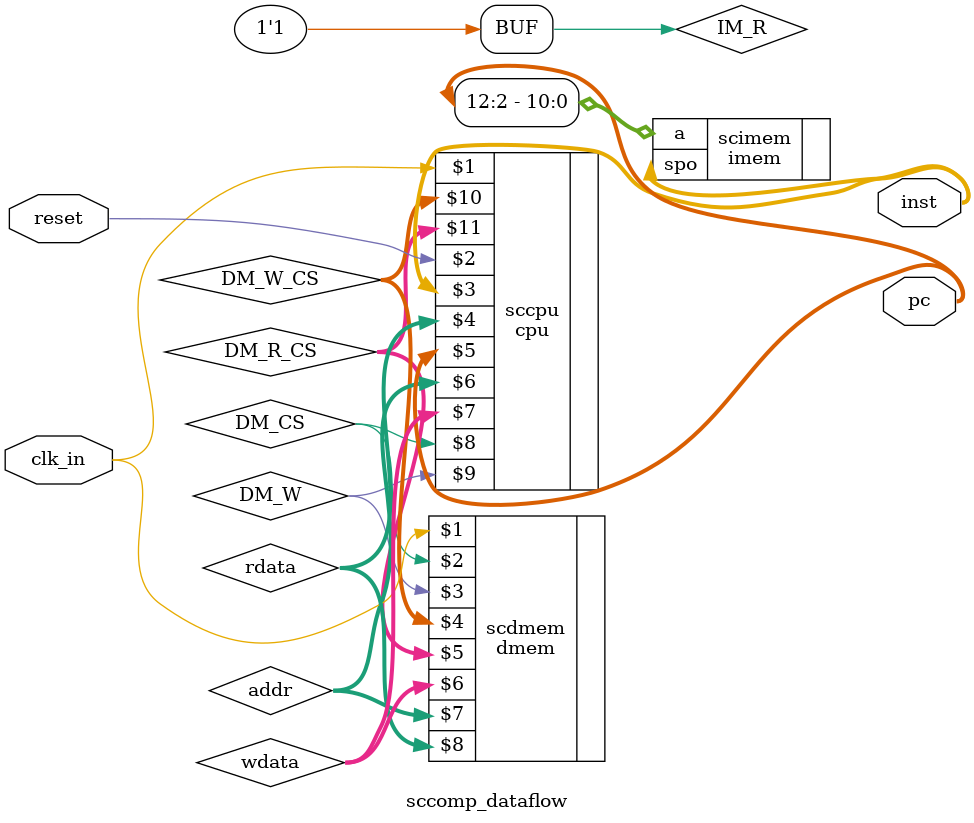
<source format=v>

`timescale 1ns / 1ps

module sccomp_dataflow(
    input clk_in,
    input reset,
    output [31:0] inst,
    output [31:0] pc
//    output [7:0] o_seg,
//    output [7:0] o_sel
    );

    parameter T1s = 99_999;

    reg [30:0] count;
    reg clk_1s;
    wire IM_R;   
    wire DM_CS;  
    wire DM_W;
    wire [1:0] DM_W_CS;
    wire [1:0] DM_R_CS;   
    wire [31:0] addr;
    wire [31:0] wdata;
    wire [31:0] rdata;
//    wire [31:0] inst;
//    wire [31:0] pc;
    
//    always @ (posedge clk_in or posedge reset) begin
//        if(reset) begin
//            clk_1s <= 0;
//            count <= 0;
//        end
//        else if(count == T1s) begin
//            count <= 0;
//            clk_1s <= ~clk_1s;
//        end
//        else
//            count <= count + 1;
//    end
    assign IM_R = 1;
    
    //imem scimem(IM_R, pc, inst);
    cpu sccpu(clk_in, reset, inst, rdata, pc, addr, wdata, DM_CS, DM_W, DM_W_CS, DM_R_CS);
    imem scimem(.a(pc[12:2]),
                 .spo(inst)
                 );
                 
    dmem scdmem(clk_in, DM_CS, DM_W, DM_W_CS, DM_R_CS, wdata, addr, rdata);
    //seg7x16 seg7(clk_in, reset, 1, pc, o_seg, o_sel);

endmodule
</source>
